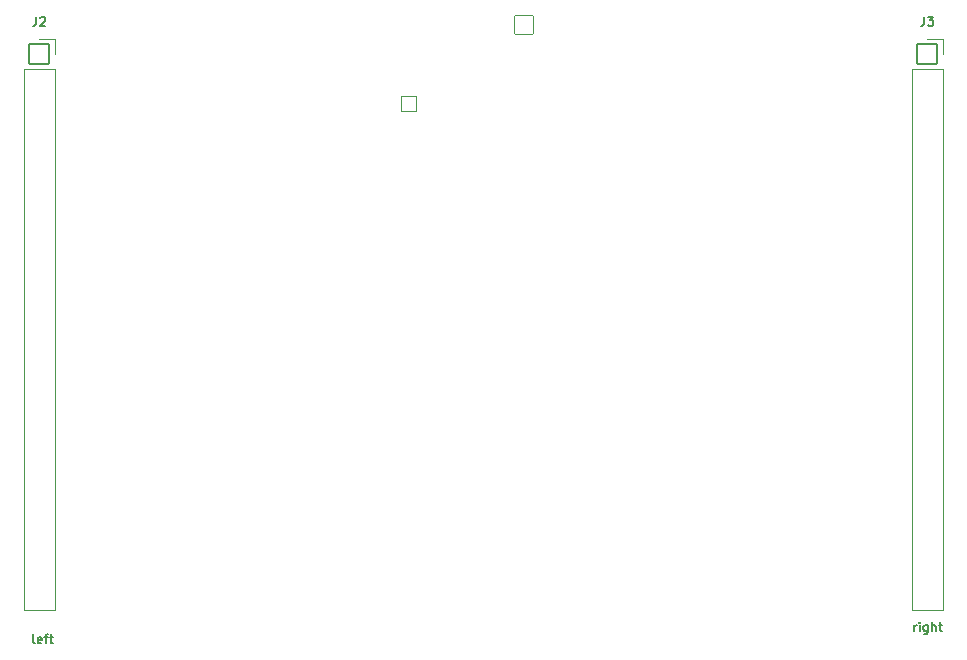
<source format=gbr>
G04 #@! TF.GenerationSoftware,KiCad,Pcbnew,(6.0.5-0)*
G04 #@! TF.CreationDate,2023-09-16T19:39:36-05:00*
G04 #@! TF.ProjectId,bells-venn,62656c6c-732d-4766-956e-6e2e6b696361,rev?*
G04 #@! TF.SameCoordinates,Original*
G04 #@! TF.FileFunction,Legend,Top*
G04 #@! TF.FilePolarity,Positive*
%FSLAX46Y46*%
G04 Gerber Fmt 4.6, Leading zero omitted, Abs format (unit mm)*
G04 Created by KiCad (PCBNEW (6.0.5-0)) date 2023-09-16 19:39:36*
%MOMM*%
%LPD*%
G01*
G04 APERTURE LIST*
G04 Aperture macros list*
%AMRoundRect*
0 Rectangle with rounded corners*
0 $1 Rounding radius*
0 $2 $3 $4 $5 $6 $7 $8 $9 X,Y pos of 4 corners*
0 Add a 4 corners polygon primitive as box body*
4,1,4,$2,$3,$4,$5,$6,$7,$8,$9,$2,$3,0*
0 Add four circle primitives for the rounded corners*
1,1,$1+$1,$2,$3*
1,1,$1+$1,$4,$5*
1,1,$1+$1,$6,$7*
1,1,$1+$1,$8,$9*
0 Add four rect primitives between the rounded corners*
20,1,$1+$1,$2,$3,$4,$5,0*
20,1,$1+$1,$4,$5,$6,$7,0*
20,1,$1+$1,$6,$7,$8,$9,0*
20,1,$1+$1,$8,$9,$2,$3,0*%
G04 Aperture macros list end*
%ADD10C,0.152400*%
%ADD11C,0.150000*%
%ADD12C,0.120000*%
%ADD13RoundRect,0.051000X-0.800000X-0.800000X0.800000X-0.800000X0.800000X0.800000X-0.800000X0.800000X0*%
%ADD14C,1.702000*%
%ADD15RoundRect,0.051000X0.800000X0.800000X-0.800000X0.800000X-0.800000X-0.800000X0.800000X-0.800000X0*%
%ADD16RoundRect,0.051000X-1.150000X0.750000X-1.150000X-0.750000X1.150000X-0.750000X1.150000X0.750000X0*%
%ADD17O,2.402000X1.602000*%
%ADD18RoundRect,0.051000X-0.850000X-0.850000X0.850000X-0.850000X0.850000X0.850000X-0.850000X0.850000X0*%
%ADD19O,1.802000X1.802000*%
%ADD20C,3.302000*%
%ADD21RoundRect,0.301000X-0.600000X-0.600000X0.600000X-0.600000X0.600000X0.600000X-0.600000X0.600000X0*%
%ADD22C,1.802000*%
%ADD23RoundRect,0.051000X-0.800000X0.800000X-0.800000X-0.800000X0.800000X-0.800000X0.800000X0.800000X0*%
%ADD24RoundRect,0.051000X-0.650000X0.650000X-0.650000X-0.650000X0.650000X-0.650000X0.650000X0.650000X0*%
%ADD25C,1.402000*%
%ADD26RoundRect,0.051000X-0.750000X0.750000X-0.750000X-0.750000X0.750000X-0.750000X0.750000X0.750000X0*%
%ADD27C,1.602000*%
G04 APERTURE END LIST*
D10*
D11*
D10*
D11*
D10*
X200406000Y-38214714D02*
X200406000Y-38759000D01*
X200369714Y-38867857D01*
X200297142Y-38940428D01*
X200188285Y-38976714D01*
X200115714Y-38976714D01*
X200732571Y-38287285D02*
X200768857Y-38251000D01*
X200841428Y-38214714D01*
X201022857Y-38214714D01*
X201095428Y-38251000D01*
X201131714Y-38287285D01*
X201168000Y-38359857D01*
X201168000Y-38432428D01*
X201131714Y-38541285D01*
X200696285Y-38976714D01*
X201168000Y-38976714D01*
X200242714Y-91276714D02*
X200170142Y-91240428D01*
X200133857Y-91167857D01*
X200133857Y-90514714D01*
X200823285Y-91240428D02*
X200750714Y-91276714D01*
X200605571Y-91276714D01*
X200533000Y-91240428D01*
X200496714Y-91167857D01*
X200496714Y-90877571D01*
X200533000Y-90805000D01*
X200605571Y-90768714D01*
X200750714Y-90768714D01*
X200823285Y-90805000D01*
X200859571Y-90877571D01*
X200859571Y-90950142D01*
X200496714Y-91022714D01*
X201077285Y-90768714D02*
X201367571Y-90768714D01*
X201186142Y-91276714D02*
X201186142Y-90623571D01*
X201222428Y-90551000D01*
X201295000Y-90514714D01*
X201367571Y-90514714D01*
X201512714Y-90768714D02*
X201803000Y-90768714D01*
X201621571Y-90514714D02*
X201621571Y-91167857D01*
X201657857Y-91240428D01*
X201730428Y-91276714D01*
X201803000Y-91276714D01*
X275590000Y-38214714D02*
X275590000Y-38759000D01*
X275553714Y-38867857D01*
X275481142Y-38940428D01*
X275372285Y-38976714D01*
X275299714Y-38976714D01*
X275880285Y-38214714D02*
X276352000Y-38214714D01*
X276098000Y-38505000D01*
X276206857Y-38505000D01*
X276279428Y-38541285D01*
X276315714Y-38577571D01*
X276352000Y-38650142D01*
X276352000Y-38831571D01*
X276315714Y-38904142D01*
X276279428Y-38940428D01*
X276206857Y-38976714D01*
X275989142Y-38976714D01*
X275916571Y-38940428D01*
X275880285Y-38904142D01*
X274701000Y-90236714D02*
X274701000Y-89728714D01*
X274701000Y-89873857D02*
X274737285Y-89801285D01*
X274773571Y-89765000D01*
X274846142Y-89728714D01*
X274918714Y-89728714D01*
X275172714Y-90236714D02*
X275172714Y-89728714D01*
X275172714Y-89474714D02*
X275136428Y-89511000D01*
X275172714Y-89547285D01*
X275209000Y-89511000D01*
X275172714Y-89474714D01*
X275172714Y-89547285D01*
X275862142Y-89728714D02*
X275862142Y-90345571D01*
X275825857Y-90418142D01*
X275789571Y-90454428D01*
X275717000Y-90490714D01*
X275608142Y-90490714D01*
X275535571Y-90454428D01*
X275862142Y-90200428D02*
X275789571Y-90236714D01*
X275644428Y-90236714D01*
X275571857Y-90200428D01*
X275535571Y-90164142D01*
X275499285Y-90091571D01*
X275499285Y-89873857D01*
X275535571Y-89801285D01*
X275571857Y-89765000D01*
X275644428Y-89728714D01*
X275789571Y-89728714D01*
X275862142Y-89765000D01*
X276225000Y-90236714D02*
X276225000Y-89474714D01*
X276551571Y-90236714D02*
X276551571Y-89837571D01*
X276515285Y-89765000D01*
X276442714Y-89728714D01*
X276333857Y-89728714D01*
X276261285Y-89765000D01*
X276225000Y-89801285D01*
X276805571Y-89728714D02*
X277095857Y-89728714D01*
X276914428Y-89474714D02*
X276914428Y-90127857D01*
X276950714Y-90200428D01*
X277023285Y-90236714D01*
X277095857Y-90236714D01*
D11*
D10*
D11*
D10*
D11*
D12*
X201990000Y-40072000D02*
X201990000Y-41402000D01*
X199330000Y-42672000D02*
X201990000Y-42672000D01*
X199330000Y-42672000D02*
X199330000Y-88452000D01*
X201990000Y-42672000D02*
X201990000Y-88452000D01*
X199330000Y-88452000D02*
X201990000Y-88452000D01*
X200660000Y-40072000D02*
X201990000Y-40072000D01*
X275844000Y-40072000D02*
X277174000Y-40072000D01*
X274514000Y-42672000D02*
X277174000Y-42672000D01*
X277174000Y-42672000D02*
X277174000Y-88452000D01*
X277174000Y-40072000D02*
X277174000Y-41402000D01*
X274514000Y-88452000D02*
X277174000Y-88452000D01*
X274514000Y-42672000D02*
X274514000Y-88452000D01*
%LPC*%
D13*
X250190000Y-118338600D03*
D14*
X252690000Y-118338600D03*
D15*
X249097800Y-102387400D03*
D14*
X246597800Y-102387400D03*
D16*
X246809500Y-125315000D03*
D17*
X246809500Y-127855000D03*
X246809500Y-130395000D03*
D18*
X253187200Y-128864600D03*
D19*
X253187200Y-126324600D03*
X253187200Y-123784600D03*
D15*
X231202113Y-101904800D03*
D14*
X228702113Y-101904800D03*
D20*
X202412600Y-31343600D03*
X211175600Y-121767600D03*
X274040600Y-31343600D03*
X265150600Y-121767600D03*
D18*
X200660000Y-41402000D03*
D19*
X200660000Y-43942000D03*
X200660000Y-46482000D03*
X200660000Y-49022000D03*
X200660000Y-51562000D03*
X200660000Y-54102000D03*
X200660000Y-56642000D03*
X200660000Y-59182000D03*
X200660000Y-61722000D03*
X200660000Y-64262000D03*
X200660000Y-66802000D03*
X200660000Y-69342000D03*
X200660000Y-71882000D03*
X200660000Y-74422000D03*
X200660000Y-76962000D03*
X200660000Y-79502000D03*
X200660000Y-82042000D03*
X200660000Y-84582000D03*
X200660000Y-87122000D03*
D18*
X275844000Y-41402000D03*
D19*
X275844000Y-43942000D03*
X275844000Y-46482000D03*
X275844000Y-49022000D03*
X275844000Y-51562000D03*
X275844000Y-54102000D03*
X275844000Y-56642000D03*
X275844000Y-59182000D03*
X275844000Y-61722000D03*
X275844000Y-64262000D03*
X275844000Y-66802000D03*
X275844000Y-69342000D03*
X275844000Y-71882000D03*
X275844000Y-74422000D03*
X275844000Y-76962000D03*
X275844000Y-79502000D03*
X275844000Y-82042000D03*
X275844000Y-84582000D03*
X275844000Y-87122000D03*
D21*
X218805100Y-128498600D03*
D22*
X221345100Y-128498600D03*
X218805100Y-125958600D03*
X221345100Y-125958600D03*
X218805100Y-123418600D03*
X221345100Y-123418600D03*
X218805100Y-120878600D03*
X221345100Y-120878600D03*
X218805100Y-118338600D03*
X221345100Y-118338600D03*
X218805100Y-115798600D03*
X221345100Y-115798600D03*
X218805100Y-113258600D03*
X221345100Y-113258600D03*
X218805100Y-110718600D03*
X221345100Y-110718600D03*
D23*
X230835200Y-112141000D03*
D14*
X230835200Y-114641000D03*
D23*
X244754400Y-32613600D03*
D14*
X244754400Y-35153600D03*
X244754400Y-37693600D03*
X244754400Y-40233600D03*
X244754400Y-42773600D03*
X244754400Y-45313600D03*
X244754400Y-47853600D03*
X244754400Y-50393600D03*
X244754400Y-52933600D03*
X244754400Y-55473600D03*
X244754400Y-58013600D03*
X244754400Y-60553600D03*
X244754400Y-63093600D03*
X244754400Y-65633600D03*
X244754400Y-68173600D03*
X244754400Y-70713600D03*
X244754400Y-73253600D03*
X244754400Y-75793600D03*
X244754400Y-78333600D03*
X244754400Y-80873600D03*
X244754400Y-83413600D03*
X244754400Y-85953600D03*
X244754400Y-88493600D03*
X244754400Y-91033600D03*
X229514400Y-91033600D03*
X229514400Y-88493600D03*
X229514400Y-85953600D03*
X229514400Y-83413600D03*
X229514400Y-80873600D03*
X229514400Y-78333600D03*
X229514400Y-75793600D03*
X229514400Y-73253600D03*
X229514400Y-70713600D03*
X229514400Y-68173600D03*
X229514400Y-65633600D03*
X229514400Y-63093600D03*
X229514400Y-60553600D03*
X229514400Y-58013600D03*
X229514400Y-55473600D03*
X229514400Y-52933600D03*
X229514400Y-50393600D03*
X229514400Y-47853600D03*
X229514400Y-45313600D03*
X229514400Y-42773600D03*
X229514400Y-40233600D03*
X229514400Y-37693600D03*
X229514400Y-35153600D03*
X229514400Y-32613600D03*
X232054400Y-35153600D03*
X242214400Y-78333600D03*
X239674400Y-78333600D03*
X237134400Y-78333600D03*
X234594400Y-78333600D03*
X232054400Y-78333600D03*
D23*
X241703600Y-38912800D03*
D14*
X241703600Y-41452800D03*
X241703600Y-43992800D03*
X241703600Y-46532800D03*
X241703600Y-49072800D03*
D24*
X231952800Y-45583600D03*
D25*
X233952800Y-45583600D03*
X235952800Y-45583600D03*
X235952800Y-47583600D03*
X233952800Y-47583600D03*
X231952800Y-47583600D03*
X238404400Y-33343600D03*
X235864400Y-33343600D03*
D23*
X230225600Y-124931800D03*
D14*
X230225600Y-127431800D03*
D26*
X236321600Y-97815400D03*
D27*
X236321600Y-100355400D03*
X236321600Y-102895400D03*
M02*

</source>
